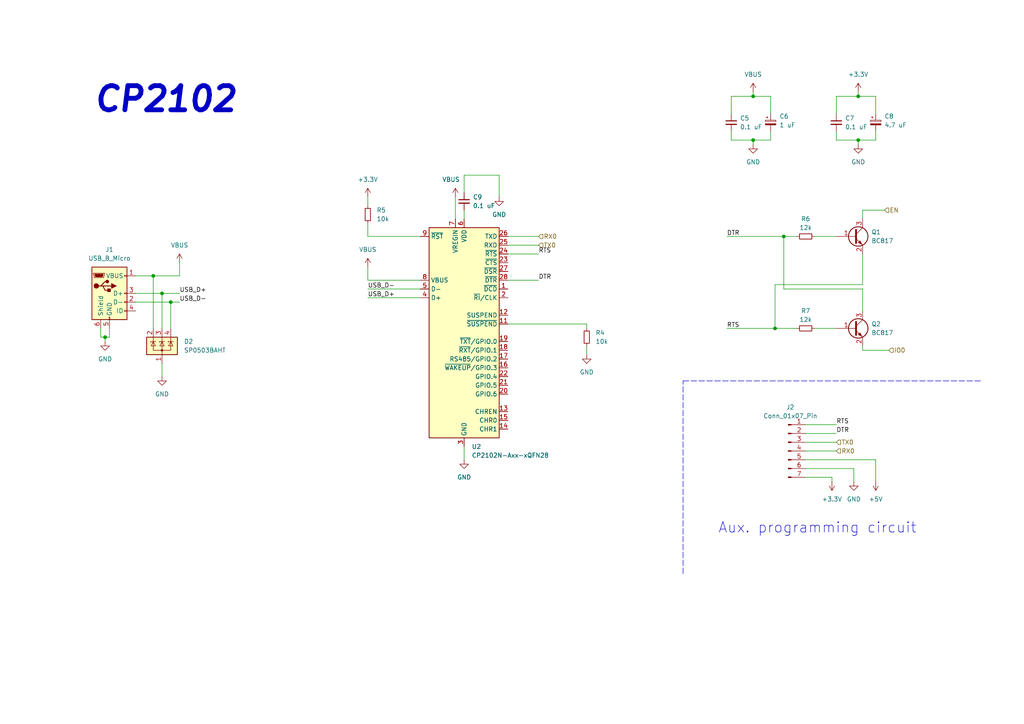
<source format=kicad_sch>
(kicad_sch (version 20230121) (generator eeschema)
  (paper "A4")
  (lib_symbols
    (symbol "Connector:Conn_01x07_Pin" (pin_names (offset 1.016) hide)
      (property "Reference" "J" (at 0 10.16 0))
      (property "Value" "Conn_01x07_Pin" (at 0 -10.16 0))
      (symbol "Conn_01x07_Pin_1_1"
        (polyline (pts (xy 1.27 -7.62) (xy 0.8636 -7.62)) (stroke (width 0.1524)))
        (polyline (pts (xy 1.27 -5.08) (xy 0.8636 -5.08)) (stroke (width 0.1524)))
        (polyline (pts (xy 1.27 -2.54) (xy 0.8636 -2.54)) (stroke (width 0.1524)))
        (polyline (pts (xy 1.27 0) (xy 0.8636 0)) (stroke (width 0.1524)))
        (polyline (pts (xy 1.27 2.54) (xy 0.8636 2.54)) (stroke (width 0.1524)))
        (polyline (pts (xy 1.27 5.08) (xy 0.8636 5.08)) (stroke (width 0.1524)))
        (polyline (pts (xy 1.27 7.62) (xy 0.8636 7.62)) (stroke (width 0.1524)))
        (rectangle (start 0.8636 -7.493) (end 0 -7.747) (stroke (width 0.1524)) (fill (type outline)))
        (rectangle (start 0.8636 -4.953) (end 0 -5.207) (stroke (width 0.1524)) (fill (type outline)))
        (rectangle (start 0.8636 -2.413) (end 0 -2.667) (stroke (width 0.1524)) (fill (type outline)))
        (rectangle (start 0.8636 0.127) (end 0 -0.127) (stroke (width 0.1524)) (fill (type outline)))
        (rectangle (start 0.8636 2.667) (end 0 2.413) (stroke (width 0.1524)) (fill (type outline)))
        (rectangle (start 0.8636 5.207) (end 0 4.953) (stroke (width 0.1524)) (fill (type outline)))
        (rectangle (start 0.8636 7.747) (end 0 7.493) (stroke (width 0.1524)) (fill (type outline)))
        (pin passive line (at 5.08 7.62 180) (length 3.81) (name "Pin_1") (number "1"))
        (pin passive line (at 5.08 5.08 180) (length 3.81) (name "Pin_2") (number "2"))
        (pin passive line (at 5.08 2.54 180) (length 3.81) (name "Pin_3") (number "3"))
        (pin passive line (at 5.08 0 180) (length 3.81) (name "Pin_4") (number "4"))
        (pin passive line (at 5.08 -2.54 180) (length 3.81) (name "Pin_5") (number "5"))
        (pin passive line (at 5.08 -5.08 180) (length 3.81) (name "Pin_6") (number "6"))
        (pin passive line (at 5.08 -7.62 180) (length 3.81) (name "Pin_7") (number "7"))
      )
    )
    (symbol "Connector:USB_B_Micro" (pin_names (offset 1.016))
      (property "Reference" "J" (at -5.08 11.43 0))
      (property "Value" "USB_B_Micro" (at -5.08 8.89 0))
      (symbol "USB_B_Micro_0_1"
        (rectangle (start -5.08 -7.62) (end 5.08 7.62) (stroke (width 0.254)) (fill (type background)))
        (circle (center -3.81 2.159) (radius 0.635) (stroke (width 0.254)) (fill (type outline)))
        (circle (center -0.635 3.429) (radius 0.381) (stroke (width 0.254)) (fill (type outline)))
        (rectangle (start -0.127 -7.62) (end 0.127 -6.858))
        (polyline (pts (xy -1.905 2.159) (xy 0.635 2.159)) (stroke (width 0.254)))
        (polyline (pts (xy -3.175 2.159) (xy -2.54 2.159) (xy -1.27 3.429) (xy -0.635 3.429)) (stroke (width 0.254)))
        (polyline (pts (xy -2.54 2.159) (xy -1.905 2.159) (xy -1.27 0.889) (xy 0 0.889)) (stroke (width 0.254)))
        (polyline (pts (xy 0.635 2.794) (xy 0.635 1.524) (xy 1.905 2.159) (xy 0.635 2.794)) (stroke (width 0.254)) (fill (type outline)))
        (polyline (pts (xy -4.318 5.588) (xy -1.778 5.588) (xy -2.032 4.826) (xy -4.064 4.826) (xy -4.318 5.588)) (fill (type outline)))
        (polyline (pts (xy -4.699 5.842) (xy -4.699 5.588) (xy -4.445 4.826) (xy -4.445 4.572) (xy -1.651 4.572) (xy -1.651 4.826) (xy -1.397 5.588) (xy -1.397 5.842) (xy -4.699 5.842)))
        (rectangle (start 0.254 1.27) (end -0.508 0.508) (stroke (width 0.254)) (fill (type outline)))
        (rectangle (start 5.08 -5.207) (end 4.318 -4.953))
        (rectangle (start 5.08 -2.667) (end 4.318 -2.413))
        (rectangle (start 5.08 -0.127) (end 4.318 0.127))
        (rectangle (start 5.08 4.953) (end 4.318 5.207))
      )
      (symbol "USB_B_Micro_1_1"
        (pin power_out line (at 7.62 5.08 180) (length 2.54) (name "VBUS") (number "1"))
        (pin bidirectional line (at 7.62 -2.54 180) (length 2.54) (name "D-") (number "2"))
        (pin bidirectional line (at 7.62 0 180) (length 2.54) (name "D+") (number "3"))
        (pin passive line (at 7.62 -5.08 180) (length 2.54) (name "ID") (number "4"))
        (pin power_out line (at 0 -10.16 90) (length 2.54) (name "GND") (number "5"))
        (pin passive line (at -2.54 -10.16 90) (length 2.54) (name "Shield") (number "6"))
      )
    )
    (symbol "Device:C_Polarized_Small" (pin_numbers hide) (pin_names (offset 0.254) hide)
      (property "Reference" "C" (at 0.254 1.778 0))
      (property "Value" "C_Polarized_Small" (at 0.254 -2.032 0))
      (symbol "C_Polarized_Small_0_1"
        (rectangle (start -1.524 -0.3048) (end 1.524 -0.6858) (fill (type outline)))
        (rectangle (start -1.524 0.6858) (end 1.524 0.3048))
        (polyline (pts (xy -1.27 1.524) (xy -0.762 1.524)))
        (polyline (pts (xy -1.016 1.27) (xy -1.016 1.778)))
      )
      (symbol "C_Polarized_Small_1_1"
        (pin passive line (at 0 2.54 270) (length 1.8542) (name "~") (number "1"))
        (pin passive line (at 0 -2.54 90) (length 1.8542) (name "~") (number "2"))
      )
    )
    (symbol "Device:C_Small" (pin_numbers hide) (pin_names (offset 0.254) hide)
      (property "Reference" "C" (at 0.254 1.778 0))
      (property "Value" "C_Small" (at 0.254 -2.032 0))
      (symbol "C_Small_0_1"
        (polyline (pts (xy -1.524 -0.508) (xy 1.524 -0.508)) (stroke (width 0.3302)))
        (polyline (pts (xy -1.524 0.508) (xy 1.524 0.508)) (stroke (width 0.3048)))
      )
      (symbol "C_Small_1_1"
        (pin passive line (at 0 2.54 270) (length 2.032) (name "~") (number "1"))
        (pin passive line (at 0 -2.54 90) (length 2.032) (name "~") (number "2"))
      )
    )
    (symbol "Device:R_Small" (pin_numbers hide) (pin_names (offset 0.254) hide)
      (property "Reference" "R" (at 0.762 0.508 0))
      (property "Value" "R_Small" (at 0.762 -1.016 0))
      (symbol "R_Small_0_1"
        (rectangle (start -0.762 1.778) (end 0.762 -1.778) (stroke (width 0.2032)))
      )
      (symbol "R_Small_1_1"
        (pin passive line (at 0 2.54 270) (length 0.762) (name "~") (number "1"))
        (pin passive line (at 0 -2.54 90) (length 0.762) (name "~") (number "2"))
      )
    )
    (symbol "Interface_USB:CP2102N-Axx-xQFN28"
      (property "Reference" "U" (at -8.89 31.75 0))
      (property "Value" "CP2102N-Axx-xQFN28" (at 12.7 31.75 0))
      (symbol "CP2102N-Axx-xQFN28_0_1"
        (rectangle (start -10.16 30.48) (end 10.16 -30.48) (stroke (width 0.254)) (fill (type background)))
      )
      (symbol "CP2102N-Axx-xQFN28_1_1"
        (pin input line (at 12.7 12.7 180) (length 2.54) (name "~{DCD}") (number "1"))
        (pin no_connect line (at -10.16 -27.94 0) (length 2.54) hide (name "NC") (number "10"))
        (pin output line (at 12.7 2.54 180) (length 2.54) (name "~{SUSPEND}") (number "11"))
        (pin output line (at 12.7 5.08 180) (length 2.54) (name "SUSPEND") (number "12"))
        (pin output line (at 12.7 -22.86 180) (length 2.54) (name "CHREN") (number "13"))
        (pin output line (at 12.7 -27.94 180) (length 2.54) (name "CHR1") (number "14"))
        (pin output line (at 12.7 -25.4 180) (length 2.54) (name "CHR0") (number "15"))
        (pin bidirectional line (at 12.7 -10.16 180) (length 2.54) (name "~{WAKEUP}/GPIO.3") (number "16"))
        (pin bidirectional line (at 12.7 -7.62 180) (length 2.54) (name "RS485/GPIO.2") (number "17"))
        (pin bidirectional line (at 12.7 -5.08 180) (length 2.54) (name "~{RXT}/GPIO.1") (number "18"))
        (pin bidirectional line (at 12.7 -2.54 180) (length 2.54) (name "~{TXT}/GPIO.0") (number "19"))
        (pin bidirectional line (at 12.7 10.16 180) (length 2.54) (name "~{RI}/CLK") (number "2"))
        (pin bidirectional line (at 12.7 -17.78 180) (length 2.54) (name "GPIO.6") (number "20"))
        (pin bidirectional line (at 12.7 -15.24 180) (length 2.54) (name "GPIO.5") (number "21"))
        (pin bidirectional line (at 12.7 -12.7 180) (length 2.54) (name "GPIO.4") (number "22"))
        (pin input line (at 12.7 20.32 180) (length 2.54) (name "~{CTS}") (number "23"))
        (pin output line (at 12.7 22.86 180) (length 2.54) (name "~{RTS}") (number "24"))
        (pin input line (at 12.7 25.4 180) (length 2.54) (name "RXD") (number "25"))
        (pin output line (at 12.7 27.94 180) (length 2.54) (name "TXD") (number "26"))
        (pin input line (at 12.7 17.78 180) (length 2.54) (name "~{DSR}") (number "27"))
        (pin output line (at 12.7 15.24 180) (length 2.54) (name "~{DTR}") (number "28"))
        (pin passive line (at 0 -33.02 90) (length 2.54) hide (name "GND") (number "29"))
        (pin power_in line (at 0 -33.02 90) (length 2.54) (name "GND") (number "3"))
        (pin bidirectional line (at -12.7 10.16 0) (length 2.54) (name "D+") (number "4"))
        (pin bidirectional line (at -12.7 12.7 0) (length 2.54) (name "D-") (number "5"))
        (pin power_in line (at 0 33.02 270) (length 2.54) (name "VDD") (number "6"))
        (pin power_in line (at -2.54 33.02 270) (length 2.54) (name "VREGIN") (number "7"))
        (pin input line (at -12.7 15.24 0) (length 2.54) (name "VBUS") (number "8"))
        (pin input line (at -12.7 27.94 0) (length 2.54) (name "~{RST}") (number "9"))
      )
    )
    (symbol "Power_Protection:SP0503BAHT" (pin_names hide)
      (property "Reference" "D" (at 5.715 2.54 0))
      (property "Value" "SP0503BAHT" (at 5.715 0.635 0))
      (symbol "SP0503BAHT_0_0"
        (pin passive line (at 0 -5.08 90) (length 2.54) (name "A") (number "1"))
      )
      (symbol "SP0503BAHT_0_1"
        (rectangle (start -4.445 2.54) (end 4.445 -2.54) (stroke (width 0.254)) (fill (type background)))
        (circle (center 0 -1.27) (radius 0.254) (fill (type outline)))
        (polyline (pts (xy -2.54 2.54) (xy -2.54 1.27)))
        (polyline (pts (xy 0 -1.27) (xy 0 -2.54)))
        (polyline (pts (xy 0 -1.27) (xy 0 1.27)))
        (polyline (pts (xy 0 2.54) (xy 0 1.27)))
        (polyline (pts (xy 0.635 1.27) (xy 0.762 1.27)))
        (polyline (pts (xy 2.54 2.54) (xy 2.54 1.27)))
        (polyline (pts (xy 0.635 1.27) (xy -0.762 1.27) (xy -0.762 1.016)))
        (polyline (pts (xy -3.302 1.016) (xy -3.302 1.27) (xy -1.905 1.27) (xy -1.778 1.27)))
        (polyline (pts (xy -2.54 1.27) (xy -2.54 -1.27) (xy 2.54 -1.27) (xy 2.54 1.27)))
        (polyline (pts (xy -2.54 1.27) (xy -1.905 0) (xy -3.175 0) (xy -2.54 1.27)))
        (polyline (pts (xy 0.635 0) (xy -0.635 0) (xy 0 1.27) (xy 0.635 0)))
        (polyline (pts (xy 1.778 1.016) (xy 1.778 1.27) (xy 3.175 1.27) (xy 3.302 1.27)))
        (polyline (pts (xy 2.54 1.27) (xy 1.905 0) (xy 3.175 0) (xy 2.54 1.27)))
      )
      (symbol "SP0503BAHT_1_1"
        (pin passive line (at -2.54 5.08 270) (length 2.54) (name "K") (number "2"))
        (pin passive line (at 0 5.08 270) (length 2.54) (name "K") (number "3"))
        (pin passive line (at 2.54 5.08 270) (length 2.54) (name "K") (number "4"))
      )
    )
    (symbol "Transistor_BJT:BC817" (pin_names (offset 0) hide)
      (property "Reference" "Q" (at 5.08 1.905 0))
      (property "Value" "BC817" (at 5.08 0 0))
      (symbol "BC817_0_1"
        (polyline (pts (xy 0.635 0.635) (xy 2.54 2.54)))
        (polyline (pts (xy 0.635 -0.635) (xy 2.54 -2.54) (xy 2.54 -2.54)))
        (polyline (pts (xy 0.635 1.905) (xy 0.635 -1.905) (xy 0.635 -1.905)) (stroke (width 0.508)))
        (polyline (pts (xy 1.27 -1.778) (xy 1.778 -1.27) (xy 2.286 -2.286) (xy 1.27 -1.778) (xy 1.27 -1.778)) (fill (type outline)))
        (circle (center 1.27 0) (radius 2.8194) (stroke (width 0.254)))
      )
      (symbol "BC817_1_1"
        (pin input line (at -5.08 0 0) (length 5.715) (name "B") (number "1"))
        (pin passive line (at 2.54 -5.08 90) (length 2.54) (name "E") (number "2"))
        (pin passive line (at 2.54 5.08 270) (length 2.54) (name "C") (number "3"))
      )
    )
    (symbol "power:+3.3V" (power) (pin_names (offset 0))
      (property "Value" "+3.3V" (at 0 3.556 0))
      (symbol "+3.3V_0_1"
        (polyline (pts (xy -0.762 1.27) (xy 0 2.54)))
        (polyline (pts (xy 0 0) (xy 0 2.54)))
        (polyline (pts (xy 0 2.54) (xy 0.762 1.27)))
      )
      (symbol "+3.3V_1_1"
        (pin power_in line (at 0 0 90) (length 0) hide (name "+3.3V") (number "1"))
      )
    )
    (symbol "power:+5V" (power) (pin_names (offset 0))
      (property "Value" "+5V" (at 0 3.556 0))
      (symbol "+5V_0_1"
        (polyline (pts (xy -0.762 1.27) (xy 0 2.54)))
        (polyline (pts (xy 0 0) (xy 0 2.54)))
        (polyline (pts (xy 0 2.54) (xy 0.762 1.27)))
      )
      (symbol "+5V_1_1"
        (pin power_in line (at 0 0 90) (length 0) hide (name "+5V") (number "1"))
      )
    )
    (symbol "power:GND" (power) (pin_names (offset 0))
      (property "Value" "GND" (at 0 -3.81 0))
      (symbol "GND_0_1"
        (polyline (pts (xy 0 0) (xy 0 -1.27) (xy 1.27 -1.27) (xy 0 -2.54) (xy -1.27 -1.27) (xy 0 -1.27)))
      )
      (symbol "GND_1_1"
        (pin power_in line (at 0 0 270) (length 0) hide (name "GND") (number "1"))
      )
    )
    (symbol "power:VBUS" (power) (pin_names (offset 0))
      (property "Value" "VBUS" (at 0 3.81 0))
      (symbol "VBUS_0_1"
        (polyline (pts (xy -0.762 1.27) (xy 0 2.54)))
        (polyline (pts (xy 0 0) (xy 0 2.54)))
        (polyline (pts (xy 0 2.54) (xy 0.762 1.27)))
      )
      (symbol "VBUS_1_1"
        (pin power_in line (at 0 0 90) (length 0) hide (name "VBUS") (number "1"))
      )
    )
  )
  (junction (at 46.99 85.09))
  (junction (at 248.92 40.64))
  (junction (at 30.48 97.79))
  (junction (at 44.45 80.01))
  (junction (at 227.33 68.58))
  (junction (at 224.79 95.25))
  (junction (at 49.53 87.63))
  (junction (at 218.44 40.64))
  (junction (at 248.92 27.94))
  (junction (at 218.44 27.94))
  (wire (pts (xy 227.33 68.58) (xy 227.33 83.82)))
  (wire (pts (xy 248.92 27.94) (xy 254 27.94)))
  (polyline (pts (xy 198.12 110.49) (xy 284.48 110.49)) (stroke (width 0) (type dash)))
  (wire (pts (xy 254 139.7) (xy 254 133.35)))
  (wire (pts (xy 49.53 87.63) (xy 52.07 87.63)))
  (wire (pts (xy 106.68 64.77) (xy 106.68 68.58)))
  (wire (pts (xy 254 27.94) (xy 254 33.02)))
  (wire (pts (xy 106.68 68.58) (xy 121.92 68.58)))
  (wire (pts (xy 254 133.35) (xy 233.68 133.35)))
  (wire (pts (xy 247.65 135.89) (xy 247.65 139.7)))
  (wire (pts (xy 250.19 73.66) (xy 250.19 82.55)))
  (wire (pts (xy 241.3 138.43) (xy 241.3 139.7)))
  (wire (pts (xy 212.09 33.02) (xy 212.09 27.94)))
  (wire (pts (xy 170.18 93.98) (xy 170.18 95.25)))
  (wire (pts (xy 46.99 85.09) (xy 46.99 95.25)))
  (wire (pts (xy 106.68 83.82) (xy 121.92 83.82)))
  (wire (pts (xy 134.62 60.96) (xy 134.62 63.5)))
  (wire (pts (xy 46.99 85.09) (xy 52.07 85.09)))
  (wire (pts (xy 39.37 87.63) (xy 49.53 87.63)))
  (wire (pts (xy 144.78 50.8) (xy 144.78 57.15)))
  (wire (pts (xy 233.68 128.27) (xy 242.57 128.27)))
  (wire (pts (xy 147.32 68.58) (xy 156.21 68.58)))
  (wire (pts (xy 233.68 123.19) (xy 242.57 123.19)))
  (wire (pts (xy 132.08 57.15) (xy 132.08 63.5)))
  (wire (pts (xy 233.68 135.89) (xy 247.65 135.89)))
  (wire (pts (xy 242.57 27.94) (xy 248.92 27.94)))
  (wire (pts (xy 212.09 27.94) (xy 218.44 27.94)))
  (wire (pts (xy 49.53 87.63) (xy 49.53 95.25)))
  (wire (pts (xy 242.57 27.94) (xy 242.57 33.02)))
  (wire (pts (xy 147.32 73.66) (xy 156.21 73.66)))
  (wire (pts (xy 218.44 26.67) (xy 218.44 27.94)))
  (wire (pts (xy 44.45 80.01) (xy 52.07 80.01)))
  (wire (pts (xy 257.81 101.6) (xy 250.19 101.6)))
  (wire (pts (xy 248.92 40.64) (xy 254 40.64)))
  (wire (pts (xy 254 38.1) (xy 254 40.64)))
  (wire (pts (xy 250.19 83.82) (xy 250.19 90.17)))
  (wire (pts (xy 106.68 57.15) (xy 106.68 59.69)))
  (wire (pts (xy 236.22 68.58) (xy 242.57 68.58)))
  (wire (pts (xy 210.82 68.58) (xy 227.33 68.58)))
  (wire (pts (xy 134.62 129.54) (xy 134.62 133.35)))
  (wire (pts (xy 106.68 81.28) (xy 121.92 81.28)))
  (wire (pts (xy 223.52 40.64) (xy 218.44 40.64)))
  (wire (pts (xy 29.21 95.25) (xy 29.21 97.79)))
  (wire (pts (xy 231.14 68.58) (xy 227.33 68.58)))
  (wire (pts (xy 233.68 125.73) (xy 242.57 125.73)))
  (wire (pts (xy 224.79 95.25) (xy 231.14 95.25)))
  (wire (pts (xy 223.52 27.94) (xy 223.52 33.02)))
  (wire (pts (xy 210.82 95.25) (xy 224.79 95.25)))
  (wire (pts (xy 227.33 83.82) (xy 250.19 83.82)))
  (wire (pts (xy 39.37 80.01) (xy 44.45 80.01)))
  (wire (pts (xy 147.32 93.98) (xy 170.18 93.98)))
  (wire (pts (xy 147.32 81.28) (xy 156.21 81.28)))
  (wire (pts (xy 256.54 60.96) (xy 250.19 60.96)))
  (polyline (pts (xy 198.12 166.37) (xy 198.12 110.49)) (stroke (width 0) (type dash)))
  (wire (pts (xy 218.44 27.94) (xy 223.52 27.94)))
  (wire (pts (xy 30.48 97.79) (xy 31.75 97.79)))
  (wire (pts (xy 242.57 38.1) (xy 242.57 40.64)))
  (wire (pts (xy 30.48 97.79) (xy 30.48 99.06)))
  (wire (pts (xy 106.68 86.36) (xy 121.92 86.36)))
  (wire (pts (xy 46.99 105.41) (xy 46.99 109.22)))
  (wire (pts (xy 250.19 82.55) (xy 224.79 82.55)))
  (wire (pts (xy 250.19 101.6) (xy 250.19 100.33)))
  (wire (pts (xy 52.07 76.2) (xy 52.07 80.01)))
  (wire (pts (xy 248.92 26.67) (xy 248.92 27.94)))
  (wire (pts (xy 134.62 55.88) (xy 134.62 50.8)))
  (wire (pts (xy 250.19 60.96) (xy 250.19 63.5)))
  (wire (pts (xy 44.45 80.01) (xy 44.45 95.25)))
  (wire (pts (xy 106.68 77.47) (xy 106.68 81.28)))
  (wire (pts (xy 212.09 38.1) (xy 212.09 40.64)))
  (wire (pts (xy 31.75 97.79) (xy 31.75 95.25)))
  (wire (pts (xy 223.52 38.1) (xy 223.52 40.64)))
  (wire (pts (xy 39.37 85.09) (xy 46.99 85.09)))
  (wire (pts (xy 134.62 50.8) (xy 144.78 50.8)))
  (wire (pts (xy 233.68 130.81) (xy 242.57 130.81)))
  (wire (pts (xy 29.21 97.79) (xy 30.48 97.79)))
  (wire (pts (xy 170.18 100.33) (xy 170.18 102.87)))
  (wire (pts (xy 147.32 71.12) (xy 156.21 71.12)))
  (wire (pts (xy 212.09 40.64) (xy 218.44 40.64)))
  (wire (pts (xy 236.22 95.25) (xy 242.57 95.25)))
  (wire (pts (xy 233.68 138.43) (xy 241.3 138.43)))
  (wire (pts (xy 224.79 82.55) (xy 224.79 95.25)))
  (wire (pts (xy 218.44 40.64) (xy 218.44 41.91)))
  (wire (pts (xy 242.57 40.64) (xy 248.92 40.64)))
  (wire (pts (xy 248.92 40.64) (xy 248.92 41.91)))
  (text "Aux. programming circuit\n" (at 208.28 154.94 0) (effects (font (size 3 3)) (justify left bottom)))
  (text "CP2102" (at 26.67 33.02 0) (effects (font (size 7 7) (thickness 1.4) bold italic) (justify left bottom)))
  (label "RTS" (at 156.21 73.66 0))
  (label "DTR" (at 210.82 68.58 0))
  (label "DTR" (at 156.21 81.28 0))
  (label "RTS" (at 210.82 95.25 0))
  (label "RTS" (at 242.57 123.19 0))
  (label "USB_D-" (at 52.07 87.63 0))
  (label "USB_D-" (at 106.68 83.82 0))
  (label "USB_D+" (at 52.07 85.09 0))
  (label "DTR" (at 242.57 125.73 0))
  (label "USB_D+" (at 106.68 86.36 0))
  (hierarchical_label "IO0" (shape input) (at 257.81 101.6 0))
  (hierarchical_label "RX0" (shape input) (at 242.57 130.81 0))
  (hierarchical_label "RX0" (shape input) (at 156.21 68.58 0))
  (hierarchical_label "TX0" (shape input) (at 156.21 71.12 0))
  (hierarchical_label "TX0" (shape input) (at 242.57 128.27 0))
  (hierarchical_label "EN" (shape input) (at 256.54 60.96 0))
  (symbol (lib_id "power:GND") (at 170.18 102.87 0) (unit 1)
    (property "Reference" "#PWR020" (effects hide))
    (property "Value" "GND" (at 170.18 107.95 0))
    (instances (project "Microcontroller_board" (path "" (reference "#PWR020") (unit 1)) (path "" (reference "#PWR018") (unit 1))))
  )
  (symbol (lib_id "power:GND") (at 218.44 41.91 0) (unit 1)
    (property "Reference" "#PWR010" (effects hide))
    (property "Value" "GND" (at 218.44 46.99 0))
    (instances (project "Microcontroller_board" (path "" (reference "#PWR010") (unit 1)) (path "" (reference "#PWR020") (unit 1))))
  )
  (symbol (lib_id "power:+3.3V") (at 241.3 139.7 180) (unit 1)
    (property "Reference" "#PWR023" (effects hide))
    (property "Value" "+3.3V" (at 241.3 144.78 0))
    (instances (project "Microcontroller_board" (path "" (reference "#PWR023") (unit 1)) (path "" (reference "#PWR021") (unit 1))))
  )
  (symbol (lib_id "power:+3.3V") (at 248.92 26.67 0) (unit 1)
    (property "Reference" "#PWR018" (effects hide))
    (property "Value" "+3.3V" (at 248.92 21.59 0))
    (instances (project "Microcontroller_board" (path "" (reference "#PWR018") (unit 1)) (path "" (reference "#PWR022") (unit 1))))
  )
  (symbol (lib_id "Device:R_Small") (at 233.68 95.25 90) (unit 1)
    (property "Reference" "R7" (at 233.68 90.17 90))
    (property "Value" "12k" (at 233.68 92.71 90))
  )
  (symbol (lib_id "Connector:USB_B_Micro") (at 31.75 85.09 0) (unit 1)
    (property "Reference" "J1" (at 31.75 72.39 0))
    (property "Value" "USB_B_Micro" (at 31.75 74.93 0))
    (property "Cód. proveedor" "C8351-05BFDGNBFR" (effects hide))
    (property "Proveedor" "Elemon" (effects hide))
  )
  (symbol (lib_id "power:VBUS") (at 132.08 57.15 0) (unit 1)
    (property "Reference" "#PWR013" (effects hide))
    (property "Value" "VBUS" (at 130.81 52.07 0))
    (instances (project "Microcontroller_board" (path "" (reference "#PWR013") (unit 1)) (path "" (reference "#PWR015") (unit 1))))
  )
  (symbol (lib_id "Device:C_Polarized_Small") (at 223.52 35.56 0) (unit 1)
    (property "Reference" "C6" (at 226.06 33.7439 0) (effects (justify left)))
    (property "Value" "1 uF" (at 226.06 36.2839 0) (effects (justify left)))
    (instances (project "Microcontroller_board" (path "" (reference "C6") (unit 1)) (path "" (reference "C7") (unit 1))))
  )
  (symbol (lib_id "Device:R_Small") (at 233.68 68.58 90) (unit 1)
    (property "Reference" "R6" (at 233.68 63.5 90))
    (property "Value" "12k" (at 233.68 66.04 90))
  )
  (symbol (lib_id "Device:R_Small") (at 106.68 62.23 0) (unit 1)
    (property "Reference" "R5" (at 109.22 60.96 0) (effects (justify left)))
    (property "Value" "10k" (at 109.22 63.5 0) (effects (justify left)))
    (instances (project "Microcontroller_board" (path "" (reference "R5") (unit 1)) (path "" (reference "R4") (unit 1))))
  )
  (symbol (lib_id "power:GND") (at 134.62 133.35 0) (unit 1)
    (property "Reference" "#PWR014" (effects hide))
    (property "Value" "GND" (at 134.62 138.43 0))
    (instances (project "Microcontroller_board" (path "" (reference "#PWR014") (unit 1)) (path "" (reference "#PWR016") (unit 1))))
  )
  (symbol (lib_id "Device:C_Small") (at 134.62 58.42 0) (unit 1)
    (property "Reference" "C9" (at 137.16 57.1563 0) (effects (justify left)))
    (property "Value" "0.1 uF" (at 137.16 59.6963 0) (effects (justify left)))
    (instances (project "Microcontroller_board" (path "" (reference "C9") (unit 1)) (path "" (reference "C5") (unit 1))))
  )
  (symbol (lib_id "Transistor_BJT:BC817") (at 247.65 68.58 0) (unit 1)
    (property "Reference" "Q1" (at 252.73 67.31 0) (effects (justify left)))
    (property "Value" "BC817" (at 252.73 69.85 0) (effects (justify left)))
    (property "Footprint" "Package_TO_SOT_SMD:SOT-23" (effects hide))
    (property "Datasheet" "https://www.onsemi.com/pub/Collateral/BC818-D.pdf" (effects hide))
  )
  (symbol (lib_id "power:GND") (at 144.78 57.15 0) (unit 1)
    (property "Reference" "#PWR019" (effects hide))
    (property "Value" "GND" (at 144.78 62.23 0))
    (instances (project "Microcontroller_board" (path "" (reference "#PWR019") (unit 1)) (path "" (reference "#PWR017") (unit 1))))
  )
  (symbol (lib_id "power:GND") (at 248.92 41.91 0) (unit 1)
    (property "Reference" "#PWR017" (effects hide))
    (property "Value" "GND" (at 248.92 46.99 0))
    (instances (project "Microcontroller_board" (path "" (reference "#PWR017") (unit 1)) (path "" (reference "#PWR023") (unit 1))))
  )
  (symbol (lib_id "power:GND") (at 46.99 109.22 0) (unit 1)
    (property "Reference" "#PWR022" (effects hide))
    (property "Value" "GND" (at 46.99 114.3 0))
    (instances (project "Microcontroller_board" (path "" (reference "#PWR022") (unit 1)) (path "" (reference "#PWR011") (unit 1))))
  )
  (symbol (lib_id "Device:C_Polarized_Small") (at 254 35.56 0) (unit 1)
    (property "Reference" "C8" (at 256.54 33.7439 0) (effects (justify left)))
    (property "Value" "4.7 uF" (at 256.54 36.2839 0) (effects (justify left)))
    (instances (project "Microcontroller_board" (path "" (reference "C8") (unit 1)) (path "" (reference "C9") (unit 1))))
  )
  (symbol (lib_id "power:+3.3V") (at 106.68 57.15 0) (unit 1)
    (property "Reference" "#PWR021" (effects hide))
    (property "Value" "+3.3V" (at 106.68 52.07 0))
    (instances (project "Microcontroller_board" (path "" (reference "#PWR021") (unit 1)) (path "" (reference "#PWR013") (unit 1))))
  )
  (symbol (lib_id "power:VBUS") (at 218.44 26.67 0) (unit 1)
    (property "Reference" "#PWR015" (effects hide))
    (property "Value" "VBUS" (at 218.44 21.59 0))
    (instances (project "Microcontroller_board" (path "" (reference "#PWR015") (unit 1)) (path "" (reference "#PWR019") (unit 1))))
  )
  (symbol (lib_id "Power_Protection:SP0503BAHT") (at 46.99 100.33 0) (unit 1)
    (property "Reference" "D2" (at 53.34 99.06 0) (effects (justify left)))
    (property "Value" "SP0503BAHT" (at 53.34 101.6 0) (effects (justify left)))
    (property "Footprint" "Package_TO_SOT_SMD:SOT-143" (effects hide))
    (property "Datasheet" "http://www.littelfuse.com/~/media/files/littelfuse/technical%20resources/documents/data%20sheets/sp05xxba.pdf" (effects hide))
  )
  (symbol (lib_id "power:VBUS") (at 52.07 76.2 0) (unit 1)
    (property "Reference" "#PWR012" (effects hide))
    (property "Value" "VBUS" (at 52.07 71.12 0))
  )
  (symbol (lib_id "power:GND") (at 30.48 99.06 0) (unit 1)
    (property "Reference" "#PWR011" (effects hide))
    (property "Value" "GND" (at 30.48 104.14 0))
    (instances (project "Microcontroller_board" (path "" (reference "#PWR011") (unit 1)) (path "" (reference "#PWR010") (unit 1))))
  )
  (symbol (lib_id "Connector:Conn_01x07_Pin") (at 228.6 130.81 0) (unit 1)
    (property "Reference" "J2" (at 229.235 118.11 0))
    (property "Value" "Conn_01x07_Pin" (at 229.235 120.65 0))
  )
  (symbol (lib_id "power:GND") (at 247.65 139.7 0) (unit 1)
    (property "Reference" "#PWR024" (effects hide))
    (property "Value" "GND" (at 247.65 144.78 0))
  )
  (symbol (lib_id "Device:C_Small") (at 212.09 35.56 0) (unit 1)
    (property "Reference" "C5" (at 214.63 34.2963 0) (effects (justify left)))
    (property "Value" "0.1 uF" (at 214.63 36.8363 0) (effects (justify left)))
    (instances (project "Microcontroller_board" (path "" (reference "C5") (unit 1)) (path "" (reference "C6") (unit 1))))
  )
  (symbol (lib_id "power:+5V") (at 254 139.7 180) (unit 1)
    (property "Reference" "#PWR025" (effects hide))
    (property "Value" "+5V" (at 254 144.78 0))
  )
  (symbol (lib_id "Device:R_Small") (at 170.18 97.79 0) (unit 1)
    (property "Reference" "R4" (at 172.72 96.52 0) (effects (justify left)))
    (property "Value" "10k" (at 172.72 99.06 0) (effects (justify left)))
    (instances (project "Microcontroller_board" (path "" (reference "R4") (unit 1)) (path "" (reference "R5") (unit 1))))
  )
  (symbol (lib_id "Transistor_BJT:BC817") (at 247.65 95.25 0) (unit 1)
    (property "Reference" "Q2" (at 252.73 93.98 0) (effects (justify left)))
    (property "Value" "BC817" (at 252.73 96.52 0) (effects (justify left)))
    (property "Footprint" "Package_TO_SOT_SMD:SOT-23" (effects hide))
    (property "Datasheet" "https://www.onsemi.com/pub/Collateral/BC818-D.pdf" (effects hide))
  )
  (symbol (lib_id "Device:C_Small") (at 242.57 35.56 0) (unit 1)
    (property "Reference" "C7" (at 245.11 34.2963 0) (effects (justify left)))
    (property "Value" "0.1 uF" (at 245.11 36.8363 0) (effects (justify left)))
    (instances (project "Microcontroller_board" (path "" (reference "C7") (unit 1)) (path "" (reference "C8") (unit 1))))
  )
  (symbol (lib_id "power:VBUS") (at 106.68 77.47 0) (unit 1)
    (property "Reference" "#PWR016" (effects hide))
    (property "Value" "VBUS" (at 106.68 72.39 0))
    (instances (project "Microcontroller_board" (path "" (reference "#PWR016") (unit 1)) (path "" (reference "#PWR014") (unit 1))))
  )
  (symbol (lib_id "Interface_USB:CP2102N-Axx-xQFN28") (at 134.62 96.52 0) (unit 1)
    (property "Reference" "U2" (at 136.8141 129.54 0) (effects (justify left)))
    (property "Value" "CP2102N-Axx-xQFN28" (at 136.8141 132.08 0) (effects (justify left)))
    (property "Footprint" "Package_DFN_QFN:QFN-28-1EP_5x5mm_P0.5mm_EP3.35x3.35mm" (effects hide))
    (property "Datasheet" "https://www.silabs.com/documents/public/data-sheets/cp2102n-datasheet.pdf" (effects hide))
    (property "Proveedor" "IT&T" (effects hide))
    (property "Link" "https://tienda.ityt.com.ar/transceptor-usb-ic/8187-cp2102-usb-to-uart-bridge-usb-20-qfn28-windows-8-7-vista-server-2003-xp-2000-mac-os-x-os-9-linux-itytarg.html?search_query=cp2102&results=15" (effects hide))
  )
)
</source>
